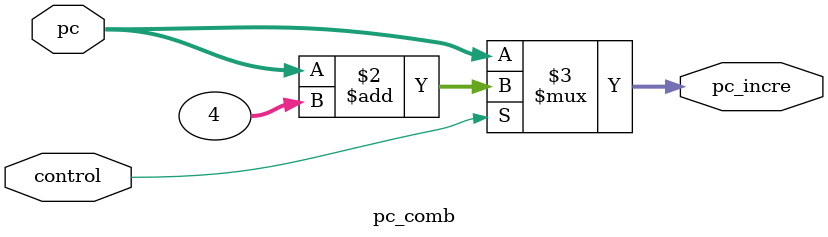
<source format=v>
`timescale 1ns / 1ps


module pc_comb(
input control,
input [31:0]pc,
output [31:0]pc_incre
    );
    assign pc_incre=(control==1)?(pc+32'h00000004):(pc);
endmodule    

</source>
